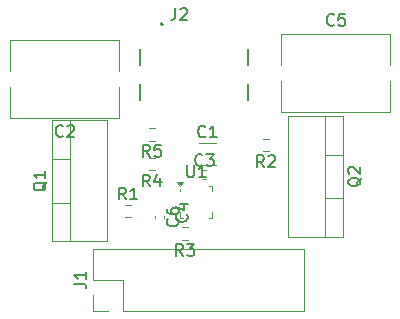
<source format=gbr>
%TF.GenerationSoftware,KiCad,Pcbnew,9.0.0-250-g02b756189b*%
%TF.CreationDate,2025-03-17T22:21:07-05:00*%
%TF.ProjectId,USB-Breakout,5553422d-4272-4656-916b-6f75742e6b69,rev?*%
%TF.SameCoordinates,Original*%
%TF.FileFunction,Legend,Top*%
%TF.FilePolarity,Positive*%
%FSLAX46Y46*%
G04 Gerber Fmt 4.6, Leading zero omitted, Abs format (unit mm)*
G04 Created by KiCad (PCBNEW 9.0.0-250-g02b756189b) date 2025-03-17 22:21:07*
%MOMM*%
%LPD*%
G01*
G04 APERTURE LIST*
%ADD10C,0.150000*%
%ADD11C,0.120000*%
%ADD12C,0.127000*%
%ADD13C,0.200000*%
G04 APERTURE END LIST*
D10*
X164632333Y-59155580D02*
X164584714Y-59203200D01*
X164584714Y-59203200D02*
X164441857Y-59250819D01*
X164441857Y-59250819D02*
X164346619Y-59250819D01*
X164346619Y-59250819D02*
X164203762Y-59203200D01*
X164203762Y-59203200D02*
X164108524Y-59107961D01*
X164108524Y-59107961D02*
X164060905Y-59012723D01*
X164060905Y-59012723D02*
X164013286Y-58822247D01*
X164013286Y-58822247D02*
X164013286Y-58679390D01*
X164013286Y-58679390D02*
X164060905Y-58488914D01*
X164060905Y-58488914D02*
X164108524Y-58393676D01*
X164108524Y-58393676D02*
X164203762Y-58298438D01*
X164203762Y-58298438D02*
X164346619Y-58250819D01*
X164346619Y-58250819D02*
X164441857Y-58250819D01*
X164441857Y-58250819D02*
X164584714Y-58298438D01*
X164584714Y-58298438D02*
X164632333Y-58346057D01*
X165537095Y-58250819D02*
X165060905Y-58250819D01*
X165060905Y-58250819D02*
X165013286Y-58727009D01*
X165013286Y-58727009D02*
X165060905Y-58679390D01*
X165060905Y-58679390D02*
X165156143Y-58631771D01*
X165156143Y-58631771D02*
X165394238Y-58631771D01*
X165394238Y-58631771D02*
X165489476Y-58679390D01*
X165489476Y-58679390D02*
X165537095Y-58727009D01*
X165537095Y-58727009D02*
X165584714Y-58822247D01*
X165584714Y-58822247D02*
X165584714Y-59060342D01*
X165584714Y-59060342D02*
X165537095Y-59155580D01*
X165537095Y-59155580D02*
X165489476Y-59203200D01*
X165489476Y-59203200D02*
X165394238Y-59250819D01*
X165394238Y-59250819D02*
X165156143Y-59250819D01*
X165156143Y-59250819D02*
X165060905Y-59203200D01*
X165060905Y-59203200D02*
X165013286Y-59155580D01*
X141683333Y-68563580D02*
X141635714Y-68611200D01*
X141635714Y-68611200D02*
X141492857Y-68658819D01*
X141492857Y-68658819D02*
X141397619Y-68658819D01*
X141397619Y-68658819D02*
X141254762Y-68611200D01*
X141254762Y-68611200D02*
X141159524Y-68515961D01*
X141159524Y-68515961D02*
X141111905Y-68420723D01*
X141111905Y-68420723D02*
X141064286Y-68230247D01*
X141064286Y-68230247D02*
X141064286Y-68087390D01*
X141064286Y-68087390D02*
X141111905Y-67896914D01*
X141111905Y-67896914D02*
X141159524Y-67801676D01*
X141159524Y-67801676D02*
X141254762Y-67706438D01*
X141254762Y-67706438D02*
X141397619Y-67658819D01*
X141397619Y-67658819D02*
X141492857Y-67658819D01*
X141492857Y-67658819D02*
X141635714Y-67706438D01*
X141635714Y-67706438D02*
X141683333Y-67754057D01*
X142064286Y-67754057D02*
X142111905Y-67706438D01*
X142111905Y-67706438D02*
X142207143Y-67658819D01*
X142207143Y-67658819D02*
X142445238Y-67658819D01*
X142445238Y-67658819D02*
X142540476Y-67706438D01*
X142540476Y-67706438D02*
X142588095Y-67754057D01*
X142588095Y-67754057D02*
X142635714Y-67849295D01*
X142635714Y-67849295D02*
X142635714Y-67944533D01*
X142635714Y-67944533D02*
X142588095Y-68087390D01*
X142588095Y-68087390D02*
X142016667Y-68658819D01*
X142016667Y-68658819D02*
X142635714Y-68658819D01*
X149058333Y-70337819D02*
X148725000Y-69861628D01*
X148486905Y-70337819D02*
X148486905Y-69337819D01*
X148486905Y-69337819D02*
X148867857Y-69337819D01*
X148867857Y-69337819D02*
X148963095Y-69385438D01*
X148963095Y-69385438D02*
X149010714Y-69433057D01*
X149010714Y-69433057D02*
X149058333Y-69528295D01*
X149058333Y-69528295D02*
X149058333Y-69671152D01*
X149058333Y-69671152D02*
X149010714Y-69766390D01*
X149010714Y-69766390D02*
X148963095Y-69814009D01*
X148963095Y-69814009D02*
X148867857Y-69861628D01*
X148867857Y-69861628D02*
X148486905Y-69861628D01*
X149963095Y-69337819D02*
X149486905Y-69337819D01*
X149486905Y-69337819D02*
X149439286Y-69814009D01*
X149439286Y-69814009D02*
X149486905Y-69766390D01*
X149486905Y-69766390D02*
X149582143Y-69718771D01*
X149582143Y-69718771D02*
X149820238Y-69718771D01*
X149820238Y-69718771D02*
X149915476Y-69766390D01*
X149915476Y-69766390D02*
X149963095Y-69814009D01*
X149963095Y-69814009D02*
X150010714Y-69909247D01*
X150010714Y-69909247D02*
X150010714Y-70147342D01*
X150010714Y-70147342D02*
X149963095Y-70242580D01*
X149963095Y-70242580D02*
X149915476Y-70290200D01*
X149915476Y-70290200D02*
X149820238Y-70337819D01*
X149820238Y-70337819D02*
X149582143Y-70337819D01*
X149582143Y-70337819D02*
X149486905Y-70290200D01*
X149486905Y-70290200D02*
X149439286Y-70242580D01*
X158710333Y-71226819D02*
X158377000Y-70750628D01*
X158138905Y-71226819D02*
X158138905Y-70226819D01*
X158138905Y-70226819D02*
X158519857Y-70226819D01*
X158519857Y-70226819D02*
X158615095Y-70274438D01*
X158615095Y-70274438D02*
X158662714Y-70322057D01*
X158662714Y-70322057D02*
X158710333Y-70417295D01*
X158710333Y-70417295D02*
X158710333Y-70560152D01*
X158710333Y-70560152D02*
X158662714Y-70655390D01*
X158662714Y-70655390D02*
X158615095Y-70703009D01*
X158615095Y-70703009D02*
X158519857Y-70750628D01*
X158519857Y-70750628D02*
X158138905Y-70750628D01*
X159091286Y-70322057D02*
X159138905Y-70274438D01*
X159138905Y-70274438D02*
X159234143Y-70226819D01*
X159234143Y-70226819D02*
X159472238Y-70226819D01*
X159472238Y-70226819D02*
X159567476Y-70274438D01*
X159567476Y-70274438D02*
X159615095Y-70322057D01*
X159615095Y-70322057D02*
X159662714Y-70417295D01*
X159662714Y-70417295D02*
X159662714Y-70512533D01*
X159662714Y-70512533D02*
X159615095Y-70655390D01*
X159615095Y-70655390D02*
X159043667Y-71226819D01*
X159043667Y-71226819D02*
X159662714Y-71226819D01*
X153503333Y-71027580D02*
X153455714Y-71075200D01*
X153455714Y-71075200D02*
X153312857Y-71122819D01*
X153312857Y-71122819D02*
X153217619Y-71122819D01*
X153217619Y-71122819D02*
X153074762Y-71075200D01*
X153074762Y-71075200D02*
X152979524Y-70979961D01*
X152979524Y-70979961D02*
X152931905Y-70884723D01*
X152931905Y-70884723D02*
X152884286Y-70694247D01*
X152884286Y-70694247D02*
X152884286Y-70551390D01*
X152884286Y-70551390D02*
X152931905Y-70360914D01*
X152931905Y-70360914D02*
X152979524Y-70265676D01*
X152979524Y-70265676D02*
X153074762Y-70170438D01*
X153074762Y-70170438D02*
X153217619Y-70122819D01*
X153217619Y-70122819D02*
X153312857Y-70122819D01*
X153312857Y-70122819D02*
X153455714Y-70170438D01*
X153455714Y-70170438D02*
X153503333Y-70218057D01*
X153836667Y-70122819D02*
X154455714Y-70122819D01*
X154455714Y-70122819D02*
X154122381Y-70503771D01*
X154122381Y-70503771D02*
X154265238Y-70503771D01*
X154265238Y-70503771D02*
X154360476Y-70551390D01*
X154360476Y-70551390D02*
X154408095Y-70599009D01*
X154408095Y-70599009D02*
X154455714Y-70694247D01*
X154455714Y-70694247D02*
X154455714Y-70932342D01*
X154455714Y-70932342D02*
X154408095Y-71027580D01*
X154408095Y-71027580D02*
X154360476Y-71075200D01*
X154360476Y-71075200D02*
X154265238Y-71122819D01*
X154265238Y-71122819D02*
X153979524Y-71122819D01*
X153979524Y-71122819D02*
X153884286Y-71075200D01*
X153884286Y-71075200D02*
X153836667Y-71027580D01*
X149058333Y-72847819D02*
X148725000Y-72371628D01*
X148486905Y-72847819D02*
X148486905Y-71847819D01*
X148486905Y-71847819D02*
X148867857Y-71847819D01*
X148867857Y-71847819D02*
X148963095Y-71895438D01*
X148963095Y-71895438D02*
X149010714Y-71943057D01*
X149010714Y-71943057D02*
X149058333Y-72038295D01*
X149058333Y-72038295D02*
X149058333Y-72181152D01*
X149058333Y-72181152D02*
X149010714Y-72276390D01*
X149010714Y-72276390D02*
X148963095Y-72324009D01*
X148963095Y-72324009D02*
X148867857Y-72371628D01*
X148867857Y-72371628D02*
X148486905Y-72371628D01*
X149915476Y-72181152D02*
X149915476Y-72847819D01*
X149677381Y-71800200D02*
X149439286Y-72514485D01*
X149439286Y-72514485D02*
X150058333Y-72514485D01*
X151212666Y-57747819D02*
X151212666Y-58462104D01*
X151212666Y-58462104D02*
X151165047Y-58604961D01*
X151165047Y-58604961D02*
X151069809Y-58700200D01*
X151069809Y-58700200D02*
X150926952Y-58747819D01*
X150926952Y-58747819D02*
X150831714Y-58747819D01*
X151641238Y-57843057D02*
X151688857Y-57795438D01*
X151688857Y-57795438D02*
X151784095Y-57747819D01*
X151784095Y-57747819D02*
X152022190Y-57747819D01*
X152022190Y-57747819D02*
X152117428Y-57795438D01*
X152117428Y-57795438D02*
X152165047Y-57843057D01*
X152165047Y-57843057D02*
X152212666Y-57938295D01*
X152212666Y-57938295D02*
X152212666Y-58033533D01*
X152212666Y-58033533D02*
X152165047Y-58176390D01*
X152165047Y-58176390D02*
X151593619Y-58747819D01*
X151593619Y-58747819D02*
X152212666Y-58747819D01*
X153757333Y-68613580D02*
X153709714Y-68661200D01*
X153709714Y-68661200D02*
X153566857Y-68708819D01*
X153566857Y-68708819D02*
X153471619Y-68708819D01*
X153471619Y-68708819D02*
X153328762Y-68661200D01*
X153328762Y-68661200D02*
X153233524Y-68565961D01*
X153233524Y-68565961D02*
X153185905Y-68470723D01*
X153185905Y-68470723D02*
X153138286Y-68280247D01*
X153138286Y-68280247D02*
X153138286Y-68137390D01*
X153138286Y-68137390D02*
X153185905Y-67946914D01*
X153185905Y-67946914D02*
X153233524Y-67851676D01*
X153233524Y-67851676D02*
X153328762Y-67756438D01*
X153328762Y-67756438D02*
X153471619Y-67708819D01*
X153471619Y-67708819D02*
X153566857Y-67708819D01*
X153566857Y-67708819D02*
X153709714Y-67756438D01*
X153709714Y-67756438D02*
X153757333Y-67804057D01*
X154709714Y-68708819D02*
X154138286Y-68708819D01*
X154424000Y-68708819D02*
X154424000Y-67708819D01*
X154424000Y-67708819D02*
X154328762Y-67851676D01*
X154328762Y-67851676D02*
X154233524Y-67946914D01*
X154233524Y-67946914D02*
X154138286Y-67994533D01*
X142661819Y-81110333D02*
X143376104Y-81110333D01*
X143376104Y-81110333D02*
X143518961Y-81157952D01*
X143518961Y-81157952D02*
X143614200Y-81253190D01*
X143614200Y-81253190D02*
X143661819Y-81396047D01*
X143661819Y-81396047D02*
X143661819Y-81491285D01*
X143661819Y-80110333D02*
X143661819Y-80681761D01*
X143661819Y-80396047D02*
X142661819Y-80396047D01*
X142661819Y-80396047D02*
X142804676Y-80491285D01*
X142804676Y-80491285D02*
X142899914Y-80586523D01*
X142899914Y-80586523D02*
X142947533Y-80681761D01*
X152158580Y-75223666D02*
X152206200Y-75271285D01*
X152206200Y-75271285D02*
X152253819Y-75414142D01*
X152253819Y-75414142D02*
X152253819Y-75509380D01*
X152253819Y-75509380D02*
X152206200Y-75652237D01*
X152206200Y-75652237D02*
X152110961Y-75747475D01*
X152110961Y-75747475D02*
X152015723Y-75795094D01*
X152015723Y-75795094D02*
X151825247Y-75842713D01*
X151825247Y-75842713D02*
X151682390Y-75842713D01*
X151682390Y-75842713D02*
X151491914Y-75795094D01*
X151491914Y-75795094D02*
X151396676Y-75747475D01*
X151396676Y-75747475D02*
X151301438Y-75652237D01*
X151301438Y-75652237D02*
X151253819Y-75509380D01*
X151253819Y-75509380D02*
X151253819Y-75414142D01*
X151253819Y-75414142D02*
X151301438Y-75271285D01*
X151301438Y-75271285D02*
X151349057Y-75223666D01*
X151587152Y-74366523D02*
X152253819Y-74366523D01*
X151206200Y-74604618D02*
X151920485Y-74842713D01*
X151920485Y-74842713D02*
X151920485Y-74223666D01*
X147026333Y-73954819D02*
X146693000Y-73478628D01*
X146454905Y-73954819D02*
X146454905Y-72954819D01*
X146454905Y-72954819D02*
X146835857Y-72954819D01*
X146835857Y-72954819D02*
X146931095Y-73002438D01*
X146931095Y-73002438D02*
X146978714Y-73050057D01*
X146978714Y-73050057D02*
X147026333Y-73145295D01*
X147026333Y-73145295D02*
X147026333Y-73288152D01*
X147026333Y-73288152D02*
X146978714Y-73383390D01*
X146978714Y-73383390D02*
X146931095Y-73431009D01*
X146931095Y-73431009D02*
X146835857Y-73478628D01*
X146835857Y-73478628D02*
X146454905Y-73478628D01*
X147978714Y-73954819D02*
X147407286Y-73954819D01*
X147693000Y-73954819D02*
X147693000Y-72954819D01*
X147693000Y-72954819D02*
X147597762Y-73097676D01*
X147597762Y-73097676D02*
X147502524Y-73192914D01*
X147502524Y-73192914D02*
X147407286Y-73240533D01*
X166943057Y-72104238D02*
X166895438Y-72199476D01*
X166895438Y-72199476D02*
X166800200Y-72294714D01*
X166800200Y-72294714D02*
X166657342Y-72437571D01*
X166657342Y-72437571D02*
X166609723Y-72532809D01*
X166609723Y-72532809D02*
X166609723Y-72628047D01*
X166847819Y-72580428D02*
X166800200Y-72675666D01*
X166800200Y-72675666D02*
X166704961Y-72770904D01*
X166704961Y-72770904D02*
X166514485Y-72818523D01*
X166514485Y-72818523D02*
X166181152Y-72818523D01*
X166181152Y-72818523D02*
X165990676Y-72770904D01*
X165990676Y-72770904D02*
X165895438Y-72675666D01*
X165895438Y-72675666D02*
X165847819Y-72580428D01*
X165847819Y-72580428D02*
X165847819Y-72389952D01*
X165847819Y-72389952D02*
X165895438Y-72294714D01*
X165895438Y-72294714D02*
X165990676Y-72199476D01*
X165990676Y-72199476D02*
X166181152Y-72151857D01*
X166181152Y-72151857D02*
X166514485Y-72151857D01*
X166514485Y-72151857D02*
X166704961Y-72199476D01*
X166704961Y-72199476D02*
X166800200Y-72294714D01*
X166800200Y-72294714D02*
X166847819Y-72389952D01*
X166847819Y-72389952D02*
X166847819Y-72580428D01*
X165943057Y-71770904D02*
X165895438Y-71723285D01*
X165895438Y-71723285D02*
X165847819Y-71628047D01*
X165847819Y-71628047D02*
X165847819Y-71389952D01*
X165847819Y-71389952D02*
X165895438Y-71294714D01*
X165895438Y-71294714D02*
X165943057Y-71247095D01*
X165943057Y-71247095D02*
X166038295Y-71199476D01*
X166038295Y-71199476D02*
X166133533Y-71199476D01*
X166133533Y-71199476D02*
X166276390Y-71247095D01*
X166276390Y-71247095D02*
X166847819Y-71818523D01*
X166847819Y-71818523D02*
X166847819Y-71199476D01*
X151852333Y-78719819D02*
X151519000Y-78243628D01*
X151280905Y-78719819D02*
X151280905Y-77719819D01*
X151280905Y-77719819D02*
X151661857Y-77719819D01*
X151661857Y-77719819D02*
X151757095Y-77767438D01*
X151757095Y-77767438D02*
X151804714Y-77815057D01*
X151804714Y-77815057D02*
X151852333Y-77910295D01*
X151852333Y-77910295D02*
X151852333Y-78053152D01*
X151852333Y-78053152D02*
X151804714Y-78148390D01*
X151804714Y-78148390D02*
X151757095Y-78196009D01*
X151757095Y-78196009D02*
X151661857Y-78243628D01*
X151661857Y-78243628D02*
X151280905Y-78243628D01*
X152185667Y-77719819D02*
X152804714Y-77719819D01*
X152804714Y-77719819D02*
X152471381Y-78100771D01*
X152471381Y-78100771D02*
X152614238Y-78100771D01*
X152614238Y-78100771D02*
X152709476Y-78148390D01*
X152709476Y-78148390D02*
X152757095Y-78196009D01*
X152757095Y-78196009D02*
X152804714Y-78291247D01*
X152804714Y-78291247D02*
X152804714Y-78529342D01*
X152804714Y-78529342D02*
X152757095Y-78624580D01*
X152757095Y-78624580D02*
X152709476Y-78672200D01*
X152709476Y-78672200D02*
X152614238Y-78719819D01*
X152614238Y-78719819D02*
X152328524Y-78719819D01*
X152328524Y-78719819D02*
X152233286Y-78672200D01*
X152233286Y-78672200D02*
X152185667Y-78624580D01*
X151379580Y-75604666D02*
X151427200Y-75652285D01*
X151427200Y-75652285D02*
X151474819Y-75795142D01*
X151474819Y-75795142D02*
X151474819Y-75890380D01*
X151474819Y-75890380D02*
X151427200Y-76033237D01*
X151427200Y-76033237D02*
X151331961Y-76128475D01*
X151331961Y-76128475D02*
X151236723Y-76176094D01*
X151236723Y-76176094D02*
X151046247Y-76223713D01*
X151046247Y-76223713D02*
X150903390Y-76223713D01*
X150903390Y-76223713D02*
X150712914Y-76176094D01*
X150712914Y-76176094D02*
X150617676Y-76128475D01*
X150617676Y-76128475D02*
X150522438Y-76033237D01*
X150522438Y-76033237D02*
X150474819Y-75890380D01*
X150474819Y-75890380D02*
X150474819Y-75795142D01*
X150474819Y-75795142D02*
X150522438Y-75652285D01*
X150522438Y-75652285D02*
X150570057Y-75604666D01*
X150474819Y-74747523D02*
X150474819Y-74937999D01*
X150474819Y-74937999D02*
X150522438Y-75033237D01*
X150522438Y-75033237D02*
X150570057Y-75080856D01*
X150570057Y-75080856D02*
X150712914Y-75176094D01*
X150712914Y-75176094D02*
X150903390Y-75223713D01*
X150903390Y-75223713D02*
X151284342Y-75223713D01*
X151284342Y-75223713D02*
X151379580Y-75176094D01*
X151379580Y-75176094D02*
X151427200Y-75128475D01*
X151427200Y-75128475D02*
X151474819Y-75033237D01*
X151474819Y-75033237D02*
X151474819Y-74842761D01*
X151474819Y-74842761D02*
X151427200Y-74747523D01*
X151427200Y-74747523D02*
X151379580Y-74699904D01*
X151379580Y-74699904D02*
X151284342Y-74652285D01*
X151284342Y-74652285D02*
X151046247Y-74652285D01*
X151046247Y-74652285D02*
X150951009Y-74699904D01*
X150951009Y-74699904D02*
X150903390Y-74747523D01*
X150903390Y-74747523D02*
X150855771Y-74842761D01*
X150855771Y-74842761D02*
X150855771Y-75033237D01*
X150855771Y-75033237D02*
X150903390Y-75128475D01*
X150903390Y-75128475D02*
X150951009Y-75176094D01*
X150951009Y-75176094D02*
X151046247Y-75223713D01*
X140298057Y-72485238D02*
X140250438Y-72580476D01*
X140250438Y-72580476D02*
X140155200Y-72675714D01*
X140155200Y-72675714D02*
X140012342Y-72818571D01*
X140012342Y-72818571D02*
X139964723Y-72913809D01*
X139964723Y-72913809D02*
X139964723Y-73009047D01*
X140202819Y-72961428D02*
X140155200Y-73056666D01*
X140155200Y-73056666D02*
X140059961Y-73151904D01*
X140059961Y-73151904D02*
X139869485Y-73199523D01*
X139869485Y-73199523D02*
X139536152Y-73199523D01*
X139536152Y-73199523D02*
X139345676Y-73151904D01*
X139345676Y-73151904D02*
X139250438Y-73056666D01*
X139250438Y-73056666D02*
X139202819Y-72961428D01*
X139202819Y-72961428D02*
X139202819Y-72770952D01*
X139202819Y-72770952D02*
X139250438Y-72675714D01*
X139250438Y-72675714D02*
X139345676Y-72580476D01*
X139345676Y-72580476D02*
X139536152Y-72532857D01*
X139536152Y-72532857D02*
X139869485Y-72532857D01*
X139869485Y-72532857D02*
X140059961Y-72580476D01*
X140059961Y-72580476D02*
X140155200Y-72675714D01*
X140155200Y-72675714D02*
X140202819Y-72770952D01*
X140202819Y-72770952D02*
X140202819Y-72961428D01*
X140202819Y-71580476D02*
X140202819Y-72151904D01*
X140202819Y-71866190D02*
X139202819Y-71866190D01*
X139202819Y-71866190D02*
X139345676Y-71961428D01*
X139345676Y-71961428D02*
X139440914Y-72056666D01*
X139440914Y-72056666D02*
X139488533Y-72151904D01*
X152200095Y-71072819D02*
X152200095Y-71882342D01*
X152200095Y-71882342D02*
X152247714Y-71977580D01*
X152247714Y-71977580D02*
X152295333Y-72025200D01*
X152295333Y-72025200D02*
X152390571Y-72072819D01*
X152390571Y-72072819D02*
X152581047Y-72072819D01*
X152581047Y-72072819D02*
X152676285Y-72025200D01*
X152676285Y-72025200D02*
X152723904Y-71977580D01*
X152723904Y-71977580D02*
X152771523Y-71882342D01*
X152771523Y-71882342D02*
X152771523Y-71072819D01*
X153771523Y-72072819D02*
X153200095Y-72072819D01*
X153485809Y-72072819D02*
X153485809Y-71072819D01*
X153485809Y-71072819D02*
X153390571Y-71215676D01*
X153390571Y-71215676D02*
X153295333Y-71310914D01*
X153295333Y-71310914D02*
X153200095Y-71358533D01*
D11*
%TO.C,C5*%
X160179000Y-59926000D02*
X160179000Y-62581000D01*
X160179000Y-59926000D02*
X169419000Y-59926000D01*
X160179000Y-63911000D02*
X160179000Y-66566000D01*
X160179000Y-66566000D02*
X169419000Y-66566000D01*
X169419000Y-59926000D02*
X169419000Y-62581000D01*
X169419000Y-63911000D02*
X169419000Y-66566000D01*
%TO.C,C2*%
X146470000Y-67074000D02*
X146470000Y-64419000D01*
X146470000Y-67074000D02*
X137230000Y-67074000D01*
X146470000Y-63089000D02*
X146470000Y-60434000D01*
X146470000Y-60434000D02*
X137230000Y-60434000D01*
X137230000Y-67074000D02*
X137230000Y-64419000D01*
X137230000Y-63089000D02*
X137230000Y-60434000D01*
%TO.C,R5*%
X149479724Y-67930500D02*
X148970276Y-67930500D01*
X149479724Y-68975500D02*
X148970276Y-68975500D01*
%TO.C,R2*%
X159131724Y-68819500D02*
X158622276Y-68819500D01*
X159131724Y-69864500D02*
X158622276Y-69864500D01*
%TO.C,C3*%
X153554165Y-71468000D02*
X153785835Y-71468000D01*
X153554165Y-72188000D02*
X153785835Y-72188000D01*
%TO.C,R4*%
X149479724Y-70440500D02*
X148970276Y-70440500D01*
X149479724Y-71485500D02*
X148970276Y-71485500D01*
D12*
%TO.C,J2*%
X148241000Y-62559500D02*
X148241000Y-61241500D01*
X148241000Y-64186500D02*
X148241000Y-65504500D01*
X157391000Y-62559500D02*
X157391000Y-61241500D01*
X157391000Y-64186500D02*
X157391000Y-65504500D01*
D13*
X150166000Y-59123000D02*
G75*
G02*
X149966000Y-59123000I-100000J0D01*
G01*
X149966000Y-59123000D02*
G75*
G02*
X150166000Y-59123000I100000J0D01*
G01*
D11*
%TO.C,C1*%
X153212748Y-69194000D02*
X154635252Y-69194000D01*
X153212748Y-71014000D02*
X154635252Y-71014000D01*
%TO.C,J1*%
X144207000Y-78177000D02*
X162107000Y-78177000D01*
X144207000Y-80777000D02*
X144207000Y-78177000D01*
X144207000Y-83377000D02*
X144207000Y-82047000D01*
X145537000Y-83377000D02*
X144207000Y-83377000D01*
X146807000Y-80777000D02*
X144207000Y-80777000D01*
X146807000Y-83377000D02*
X146807000Y-80777000D01*
X146807000Y-83377000D02*
X162107000Y-83377000D01*
X162107000Y-83377000D02*
X162107000Y-78177000D01*
%TO.C,R1*%
X146938276Y-74407500D02*
X147447724Y-74407500D01*
X146938276Y-75452500D02*
X147447724Y-75452500D01*
%TO.C,Q2*%
X160752000Y-66889000D02*
X160752000Y-77129000D01*
X163883000Y-66889000D02*
X163883000Y-77129000D01*
X165393000Y-66889000D02*
X160752000Y-66889000D01*
X165393000Y-66889000D02*
X165393000Y-77129000D01*
X165393000Y-70159000D02*
X163883000Y-70159000D01*
X165393000Y-73860000D02*
X163883000Y-73860000D01*
X165393000Y-77129000D02*
X160752000Y-77129000D01*
%TO.C,R3*%
X152273724Y-76312500D02*
X151764276Y-76312500D01*
X152273724Y-77357500D02*
X151764276Y-77357500D01*
%TO.C,C6*%
X149500000Y-75322165D02*
X149500000Y-75553835D01*
X150220000Y-75322165D02*
X150220000Y-75553835D01*
%TO.C,Q1*%
X140748000Y-67270000D02*
X145389000Y-67270000D01*
X140748000Y-70539000D02*
X142258000Y-70539000D01*
X140748000Y-74240000D02*
X142258000Y-74240000D01*
X140748000Y-77510000D02*
X140748000Y-67270000D01*
X140748000Y-77510000D02*
X145389000Y-77510000D01*
X142258000Y-77510000D02*
X142258000Y-67270000D01*
X145389000Y-77510000D02*
X145389000Y-67270000D01*
%TO.C,U1*%
X151582000Y-73283000D02*
X151582000Y-73048000D01*
X151602000Y-75528000D02*
X151602000Y-75053000D01*
X151827000Y-75528000D02*
X151602000Y-75528000D01*
X154097000Y-72808000D02*
X154322000Y-72808000D01*
X154097000Y-75528000D02*
X154322000Y-75528000D01*
X154322000Y-72808000D02*
X154322000Y-73283000D01*
X154322000Y-75528000D02*
X154322000Y-75053000D01*
X151582000Y-72808000D02*
X151342000Y-72478000D01*
X151822000Y-72478000D01*
X151582000Y-72808000D01*
G36*
X151582000Y-72808000D02*
G01*
X151342000Y-72478000D01*
X151822000Y-72478000D01*
X151582000Y-72808000D01*
G37*
%TD*%
M02*

</source>
